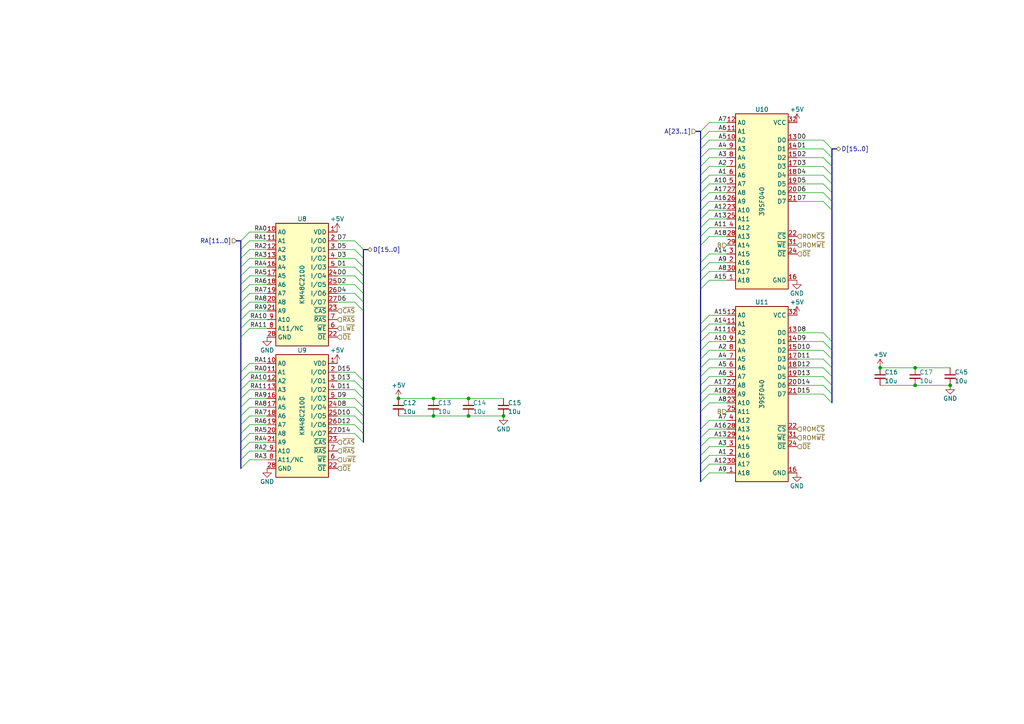
<source format=kicad_sch>
(kicad_sch (version 20211123) (generator eeschema)
  (paper "A4")
  (lib_symbols
    (symbol "Device:C_Small" (pin_numbers hide) (pin_names (offset 0.254) hide)
      (property "Reference" "C" (at 0.254 1.778 0))
      (property "Value" "C_Small" (at 0.254 -2.032 0))
      (symbol "C_Small_0_1"
        (polyline (pts (xy -1.524 -0.508) (xy 1.524 -0.508)) (stroke (width 0.3302)))
        (polyline (pts (xy -1.524 0.508) (xy 1.524 0.508)) (stroke (width 0.3048)))
      )
      (symbol "C_Small_1_1"
        (pin passive line (at 0 2.54 270) (length 2.032) (name "~") (number "1"))
        (pin passive line (at 0 -2.54 90) (length 2.032) (name "~") (number "2"))
      )
    )
    (symbol "GW_RAM:DRAM-2Mx8-SOP-28"
      (property "Reference" "U" (at 0 19.05 0))
      (property "Value" "DRAM-2Mx8-SOP-28" (at 0 0 90))
      (symbol "DRAM-2Mx8-SOP-28_0_1"
        (rectangle (start -7.62 17.78) (end 7.62 -17.78) (stroke (width 0.254)) (fill (type background)))
      )
      (symbol "DRAM-2Mx8-SOP-28_1_1"
        (pin power_in line (at 10.16 15.24 180) (length 2.54) (name "VDD") (number "1"))
        (pin input line (at -10.16 15.24 0) (length 2.54) (name "A0") (number "10"))
        (pin input line (at -10.16 12.7 0) (length 2.54) (name "A1") (number "11"))
        (pin input line (at -10.16 10.16 0) (length 2.54) (name "A2") (number "12"))
        (pin input line (at -10.16 7.62 0) (length 2.54) (name "A3") (number "13"))
        (pin power_in line (at 10.16 15.24 180) (length 2.54) hide (name "VDD") (number "14"))
        (pin power_in line (at -10.16 -15.24 0) (length 2.54) hide (name "GND") (number "15"))
        (pin input line (at -10.16 5.08 0) (length 2.54) (name "A4") (number "16"))
        (pin input line (at -10.16 2.54 0) (length 2.54) (name "A5") (number "17"))
        (pin input line (at -10.16 0 0) (length 2.54) (name "A6") (number "18"))
        (pin input line (at -10.16 -2.54 0) (length 2.54) (name "A7") (number "19"))
        (pin bidirectional line (at 10.16 12.7 180) (length 2.54) (name "I/O0") (number "2"))
        (pin input line (at -10.16 -5.08 0) (length 2.54) (name "A8") (number "20"))
        (pin input line (at -10.16 -7.62 0) (length 2.54) (name "A9") (number "21"))
        (pin input line (at 10.16 -15.24 180) (length 2.54) (name "~{OE}") (number "22"))
        (pin input line (at 10.16 -7.62 180) (length 2.54) (name "~{CAS}") (number "23"))
        (pin bidirectional line (at 10.16 2.54 180) (length 2.54) (name "I/O4") (number "24"))
        (pin bidirectional line (at 10.16 0 180) (length 2.54) (name "I/O5") (number "25"))
        (pin bidirectional line (at 10.16 -2.54 180) (length 2.54) (name "I/O6") (number "26"))
        (pin bidirectional line (at 10.16 -5.08 180) (length 2.54) (name "I/O7") (number "27"))
        (pin power_in line (at -10.16 -15.24 0) (length 2.54) (name "GND") (number "28"))
        (pin bidirectional line (at 10.16 10.16 180) (length 2.54) (name "I/O1") (number "3"))
        (pin bidirectional line (at 10.16 7.62 180) (length 2.54) (name "I/O2") (number "4"))
        (pin bidirectional line (at 10.16 5.08 180) (length 2.54) (name "I/O3") (number "5"))
        (pin input line (at 10.16 -12.7 180) (length 2.54) (name "~{WE}") (number "6"))
        (pin input line (at 10.16 -10.16 180) (length 2.54) (name "~{RAS}") (number "7"))
        (pin input line (at -10.16 -12.7 0) (length 2.54) (name "A11/NC") (number "8"))
        (pin input line (at -10.16 -10.16 0) (length 2.54) (name "A10") (number "9"))
      )
    )
    (symbol "GW_RAM:Flash-512Kx8-PLCC-32"
      (property "Reference" "U" (at 0 26.67 0))
      (property "Value" "Flash-512Kx8-PLCC-32" (at 0 0 90))
      (symbol "Flash-512Kx8-PLCC-32_0_0"
        (pin power_in line (at 10.16 -22.86 180) (length 2.54) (name "GND") (number "16"))
        (pin power_in line (at 10.16 22.86 180) (length 2.54) (name "VCC") (number "32"))
      )
      (symbol "Flash-512Kx8-PLCC-32_0_1"
        (rectangle (start -7.62 25.4) (end 7.62 -25.4) (stroke (width 0.254)) (fill (type background)))
      )
      (symbol "Flash-512Kx8-PLCC-32_1_1"
        (pin input line (at -10.16 -22.86 0) (length 2.54) (name "A18") (number "1"))
        (pin input line (at -10.16 17.78 0) (length 2.54) (name "A2") (number "10"))
        (pin input line (at -10.16 20.32 0) (length 2.54) (name "A1") (number "11"))
        (pin input line (at -10.16 22.86 0) (length 2.54) (name "A0") (number "12"))
        (pin bidirectional line (at 10.16 17.78 180) (length 2.54) (name "D0") (number "13"))
        (pin bidirectional line (at 10.16 15.24 180) (length 2.54) (name "D1") (number "14"))
        (pin bidirectional line (at 10.16 12.7 180) (length 2.54) (name "D2") (number "15"))
        (pin bidirectional line (at 10.16 10.16 180) (length 2.54) (name "D3") (number "17"))
        (pin bidirectional line (at 10.16 7.62 180) (length 2.54) (name "D4") (number "18"))
        (pin bidirectional line (at 10.16 5.08 180) (length 2.54) (name "D5") (number "19"))
        (pin input line (at -10.16 -17.78 0) (length 2.54) (name "A16") (number "2"))
        (pin bidirectional line (at 10.16 2.54 180) (length 2.54) (name "D6") (number "20"))
        (pin bidirectional line (at 10.16 0 180) (length 2.54) (name "D7") (number "21"))
        (pin input line (at 10.16 -10.16 180) (length 2.54) (name "~{CS}") (number "22"))
        (pin input line (at -10.16 -2.54 0) (length 2.54) (name "A10") (number "23"))
        (pin input line (at 10.16 -15.24 180) (length 2.54) (name "~{OE}") (number "24"))
        (pin input line (at -10.16 -5.08 0) (length 2.54) (name "A11") (number "25"))
        (pin input line (at -10.16 0 0) (length 2.54) (name "A9") (number "26"))
        (pin input line (at -10.16 2.54 0) (length 2.54) (name "A8") (number "27"))
        (pin input line (at -10.16 -10.16 0) (length 2.54) (name "A13") (number "28"))
        (pin input line (at -10.16 -12.7 0) (length 2.54) (name "A14") (number "29"))
        (pin input line (at -10.16 -15.24 0) (length 2.54) (name "A15") (number "3"))
        (pin input line (at -10.16 -20.32 0) (length 2.54) (name "A17") (number "30"))
        (pin input line (at 10.16 -12.7 180) (length 2.54) (name "~{WE}") (number "31"))
        (pin input line (at -10.16 -7.62 0) (length 2.54) (name "A12") (number "4"))
        (pin input line (at -10.16 5.08 0) (length 2.54) (name "A7") (number "5"))
        (pin input line (at -10.16 7.62 0) (length 2.54) (name "A6") (number "6"))
        (pin input line (at -10.16 10.16 0) (length 2.54) (name "A5") (number "7"))
        (pin input line (at -10.16 12.7 0) (length 2.54) (name "A4") (number "8"))
        (pin input line (at -10.16 15.24 0) (length 2.54) (name "A3") (number "9"))
      )
    )
    (symbol "power:+5V" (power) (pin_names (offset 0))
      (property "Value" "+5V" (at 0 3.556 0))
      (symbol "+5V_0_1"
        (polyline (pts (xy -0.762 1.27) (xy 0 2.54)))
        (polyline (pts (xy 0 0) (xy 0 2.54)))
        (polyline (pts (xy 0 2.54) (xy 0.762 1.27)))
      )
      (symbol "+5V_1_1"
        (pin power_in line (at 0 0 90) (length 0) hide (name "+5V") (number "1"))
      )
    )
    (symbol "power:GND" (power) (pin_names (offset 0))
      (property "Value" "GND" (at 0 -3.81 0))
      (symbol "GND_0_1"
        (polyline (pts (xy 0 0) (xy 0 -1.27) (xy 1.27 -1.27) (xy 0 -2.54) (xy -1.27 -1.27) (xy 0 -1.27)))
      )
      (symbol "GND_1_1"
        (pin power_in line (at 0 0 270) (length 0) hide (name "GND") (number "1"))
      )
    )
  )
  (junction (at 265.43 111.76))
  (junction (at 265.43 106.68))
  (junction (at 115.57 115.57))
  (junction (at 146.05 120.65))
  (junction (at 255.27 106.68))
  (junction (at 125.73 115.57))
  (junction (at 135.89 120.65))
  (junction (at 275.59 111.76))
  (junction (at 125.73 120.65))
  (junction (at 135.89 115.57))
  (bus_entry (at 105.41 85.09) (size -2.54 -2.54))
  (bus_entry (at 205.74 114.3) (size -2.54 2.54))
  (bus_entry (at 69.85 118.11) (size 2.54 -2.54))
  (bus_entry (at 105.41 87.63) (size -2.54 -2.54))
  (bus_entry (at 105.41 72.39) (size -2.54 -2.54))
  (bus_entry (at 205.74 78.74) (size -2.54 2.54))
  (bus_entry (at 105.41 123.19) (size -2.54 -2.54))
  (bus_entry (at 205.74 96.52) (size -2.54 2.54))
  (bus_entry (at 238.76 50.8) (size 2.54 2.54))
  (bus_entry (at 205.74 132.08) (size -2.54 2.54))
  (bus_entry (at 69.85 80.01) (size 2.54 -2.54))
  (bus_entry (at 69.85 77.47) (size 2.54 -2.54))
  (bus_entry (at 105.41 74.93) (size -2.54 -2.54))
  (bus_entry (at 105.41 113.03) (size -2.54 -2.54))
  (bus_entry (at 205.74 45.72) (size -2.54 2.54))
  (bus_entry (at 205.74 111.76) (size -2.54 2.54))
  (bus_entry (at 69.85 133.35) (size 2.54 -2.54))
  (bus_entry (at 69.85 123.19) (size 2.54 -2.54))
  (bus_entry (at 238.76 58.42) (size 2.54 2.54))
  (bus_entry (at 205.74 99.06) (size -2.54 2.54))
  (bus_entry (at 105.41 125.73) (size -2.54 -2.54))
  (bus_entry (at 238.76 111.76) (size 2.54 2.54))
  (bus_entry (at 69.85 128.27) (size 2.54 -2.54))
  (bus_entry (at 69.85 125.73) (size 2.54 -2.54))
  (bus_entry (at 69.85 97.79) (size 2.54 -2.54))
  (bus_entry (at 205.74 91.44) (size -2.54 2.54))
  (bus_entry (at 238.76 96.52) (size 2.54 2.54))
  (bus_entry (at 105.41 128.27) (size -2.54 -2.54))
  (bus_entry (at 238.76 55.88) (size 2.54 2.54))
  (bus_entry (at 105.41 115.57) (size -2.54 -2.54))
  (bus_entry (at 105.41 120.65) (size -2.54 -2.54))
  (bus_entry (at 105.41 90.17) (size -2.54 -2.54))
  (bus_entry (at 105.41 118.11) (size -2.54 -2.54))
  (bus_entry (at 205.74 137.16) (size -2.54 2.54))
  (bus_entry (at 105.41 80.01) (size -2.54 -2.54))
  (bus_entry (at 205.74 129.54) (size -2.54 2.54))
  (bus_entry (at 205.74 73.66) (size -2.54 2.54))
  (bus_entry (at 69.85 92.71) (size 2.54 -2.54))
  (bus_entry (at 238.76 45.72) (size 2.54 2.54))
  (bus_entry (at 205.74 81.28) (size -2.54 2.54))
  (bus_entry (at 205.74 55.88) (size -2.54 2.54))
  (bus_entry (at 69.85 110.49) (size 2.54 -2.54))
  (bus_entry (at 69.85 107.95) (size 2.54 -2.54))
  (bus_entry (at 69.85 74.93) (size 2.54 -2.54))
  (bus_entry (at 205.74 58.42) (size -2.54 2.54))
  (bus_entry (at 205.74 76.2) (size -2.54 2.54))
  (bus_entry (at 69.85 85.09) (size 2.54 -2.54))
  (bus_entry (at 205.74 68.58) (size -2.54 2.54))
  (bus_entry (at 69.85 90.17) (size 2.54 -2.54))
  (bus_entry (at 205.74 121.92) (size -2.54 2.54))
  (bus_entry (at 238.76 43.18) (size 2.54 2.54))
  (bus_entry (at 205.74 106.68) (size -2.54 2.54))
  (bus_entry (at 69.85 87.63) (size 2.54 -2.54))
  (bus_entry (at 105.41 110.49) (size -2.54 -2.54))
  (bus_entry (at 69.85 69.85) (size 2.54 -2.54))
  (bus_entry (at 205.74 109.22) (size -2.54 2.54))
  (bus_entry (at 105.41 82.55) (size -2.54 -2.54))
  (bus_entry (at 238.76 40.64) (size 2.54 2.54))
  (bus_entry (at 69.85 82.55) (size 2.54 -2.54))
  (bus_entry (at 205.74 66.04) (size -2.54 2.54))
  (bus_entry (at 238.76 53.34) (size 2.54 2.54))
  (bus_entry (at 205.74 124.46) (size -2.54 2.54))
  (bus_entry (at 205.74 50.8) (size -2.54 2.54))
  (bus_entry (at 238.76 48.26) (size 2.54 2.54))
  (bus_entry (at 205.74 53.34) (size -2.54 2.54))
  (bus_entry (at 205.74 93.98) (size -2.54 2.54))
  (bus_entry (at 205.74 127) (size -2.54 2.54))
  (bus_entry (at 205.74 38.1) (size -2.54 2.54))
  (bus_entry (at 238.76 104.14) (size 2.54 2.54))
  (bus_entry (at 205.74 35.56) (size -2.54 2.54))
  (bus_entry (at 105.41 77.47) (size -2.54 -2.54))
  (bus_entry (at 238.76 101.6) (size 2.54 2.54))
  (bus_entry (at 205.74 134.62) (size -2.54 2.54))
  (bus_entry (at 205.74 60.96) (size -2.54 2.54))
  (bus_entry (at 205.74 63.5) (size -2.54 2.54))
  (bus_entry (at 205.74 40.64) (size -2.54 2.54))
  (bus_entry (at 238.76 99.06) (size 2.54 2.54))
  (bus_entry (at 69.85 120.65) (size 2.54 -2.54))
  (bus_entry (at 69.85 115.57) (size 2.54 -2.54))
  (bus_entry (at 69.85 113.03) (size 2.54 -2.54))
  (bus_entry (at 205.74 104.14) (size -2.54 2.54))
  (bus_entry (at 238.76 106.68) (size 2.54 2.54))
  (bus_entry (at 238.76 109.22) (size 2.54 2.54))
  (bus_entry (at 69.85 72.39) (size 2.54 -2.54))
  (bus_entry (at 205.74 116.84) (size -2.54 2.54))
  (bus_entry (at 69.85 95.25) (size 2.54 -2.54))
  (bus_entry (at 205.74 43.18) (size -2.54 2.54))
  (bus_entry (at 238.76 114.3) (size 2.54 2.54))
  (bus_entry (at 205.74 101.6) (size -2.54 2.54))
  (bus_entry (at 69.85 135.89) (size 2.54 -2.54))
  (bus_entry (at 69.85 130.81) (size 2.54 -2.54))
  (bus_entry (at 205.74 48.26) (size -2.54 2.54))
  (bus (pts (xy 241.3 58.42) (xy 241.3 60.96)))
  (bus (pts (xy 69.85 69.85) (xy 69.85 72.39)))
  (bus (pts (xy 105.41 123.19) (xy 105.41 125.73)))
  (wire (pts (xy 77.47 82.55) (xy 72.39 82.55)))
  (bus (pts (xy 69.85 128.27) (xy 69.85 130.81)))
  (bus (pts (xy 203.2 114.3) (xy 203.2 116.84)))
  (bus (pts (xy 69.85 74.93) (xy 69.85 77.47)))
  (wire (pts (xy 210.82 91.44) (xy 205.74 91.44)))
  (wire (pts (xy 77.47 85.09) (xy 72.39 85.09)))
  (wire (pts (xy 210.82 38.1) (xy 205.74 38.1)))
  (wire (pts (xy 77.47 118.11) (xy 72.39 118.11)))
  (wire (pts (xy 115.57 120.65) (xy 125.73 120.65)))
  (wire (pts (xy 210.82 50.8) (xy 205.74 50.8)))
  (wire (pts (xy 231.14 96.52) (xy 238.76 96.52)))
  (wire (pts (xy 210.82 134.62) (xy 205.74 134.62)))
  (bus (pts (xy 69.85 133.35) (xy 69.85 135.89)))
  (wire (pts (xy 125.73 115.57) (xy 135.89 115.57)))
  (wire (pts (xy 231.14 104.14) (xy 238.76 104.14)))
  (wire (pts (xy 77.47 105.41) (xy 72.39 105.41)))
  (wire (pts (xy 77.47 113.03) (xy 72.39 113.03)))
  (wire (pts (xy 135.89 115.57) (xy 146.05 115.57)))
  (wire (pts (xy 210.82 99.06) (xy 205.74 99.06)))
  (wire (pts (xy 210.82 35.56) (xy 205.74 35.56)))
  (bus (pts (xy 203.2 43.18) (xy 203.2 45.72)))
  (bus (pts (xy 203.2 124.46) (xy 203.2 127)))
  (wire (pts (xy 265.43 106.68) (xy 275.59 106.68)))
  (wire (pts (xy 210.82 55.88) (xy 205.74 55.88)))
  (wire (pts (xy 231.14 48.26) (xy 238.76 48.26)))
  (bus (pts (xy 241.3 101.6) (xy 241.3 104.14)))
  (bus (pts (xy 241.3 55.88) (xy 241.3 58.42)))
  (bus (pts (xy 241.3 48.26) (xy 241.3 50.8)))
  (bus (pts (xy 241.3 50.8) (xy 241.3 53.34)))
  (bus (pts (xy 105.41 74.93) (xy 105.41 77.47)))
  (wire (pts (xy 77.47 92.71) (xy 72.39 92.71)))
  (wire (pts (xy 231.14 111.76) (xy 238.76 111.76)))
  (bus (pts (xy 203.2 134.62) (xy 203.2 137.16)))
  (bus (pts (xy 69.85 118.11) (xy 69.85 120.65)))
  (bus (pts (xy 203.2 38.1) (xy 203.2 40.64)))
  (bus (pts (xy 69.85 95.25) (xy 69.85 97.79)))
  (bus (pts (xy 203.2 111.76) (xy 203.2 114.3)))
  (wire (pts (xy 210.82 96.52) (xy 205.74 96.52)))
  (bus (pts (xy 69.85 123.19) (xy 69.85 125.73)))
  (bus (pts (xy 69.85 130.81) (xy 69.85 133.35)))
  (wire (pts (xy 77.47 90.17) (xy 72.39 90.17)))
  (bus (pts (xy 242.57 43.18) (xy 241.3 43.18)))
  (bus (pts (xy 203.2 129.54) (xy 203.2 132.08)))
  (wire (pts (xy 102.87 72.39) (xy 97.79 72.39)))
  (wire (pts (xy 115.57 115.57) (xy 125.73 115.57)))
  (bus (pts (xy 203.2 50.8) (xy 203.2 53.34)))
  (wire (pts (xy 210.82 114.3) (xy 205.74 114.3)))
  (wire (pts (xy 210.82 76.2) (xy 205.74 76.2)))
  (bus (pts (xy 105.41 120.65) (xy 105.41 123.19)))
  (wire (pts (xy 231.14 53.34) (xy 238.76 53.34)))
  (wire (pts (xy 210.82 53.34) (xy 205.74 53.34)))
  (wire (pts (xy 77.47 72.39) (xy 72.39 72.39)))
  (bus (pts (xy 105.41 113.03) (xy 105.41 115.57)))
  (bus (pts (xy 241.3 114.3) (xy 241.3 116.84)))
  (wire (pts (xy 102.87 110.49) (xy 97.79 110.49)))
  (bus (pts (xy 105.41 90.17) (xy 105.41 110.49)))
  (wire (pts (xy 77.47 67.31) (xy 72.39 67.31)))
  (bus (pts (xy 69.85 82.55) (xy 69.85 85.09)))
  (bus (pts (xy 105.41 85.09) (xy 105.41 87.63)))
  (wire (pts (xy 97.79 118.11) (xy 102.87 118.11)))
  (bus (pts (xy 203.2 66.04) (xy 203.2 68.58)))
  (bus (pts (xy 203.2 109.22) (xy 203.2 111.76)))
  (bus (pts (xy 106.68 72.39) (xy 105.41 72.39)))
  (bus (pts (xy 69.85 92.71) (xy 69.85 95.25)))
  (bus (pts (xy 203.2 40.64) (xy 203.2 43.18)))
  (bus (pts (xy 69.85 97.79) (xy 69.85 107.95)))
  (wire (pts (xy 125.73 120.65) (xy 135.89 120.65)))
  (wire (pts (xy 77.47 107.95) (xy 72.39 107.95)))
  (wire (pts (xy 210.82 137.16) (xy 205.74 137.16)))
  (wire (pts (xy 210.82 109.22) (xy 205.74 109.22)))
  (bus (pts (xy 203.2 63.5) (xy 203.2 66.04)))
  (bus (pts (xy 69.85 90.17) (xy 69.85 92.71)))
  (wire (pts (xy 210.82 66.04) (xy 205.74 66.04)))
  (bus (pts (xy 203.2 53.34) (xy 203.2 55.88)))
  (wire (pts (xy 210.82 106.68) (xy 205.74 106.68)))
  (bus (pts (xy 105.41 110.49) (xy 105.41 113.03)))
  (bus (pts (xy 241.3 104.14) (xy 241.3 106.68)))
  (wire (pts (xy 77.47 133.35) (xy 72.39 133.35)))
  (wire (pts (xy 210.82 58.42) (xy 205.74 58.42)))
  (wire (pts (xy 77.47 77.47) (xy 72.39 77.47)))
  (bus (pts (xy 241.3 60.96) (xy 241.3 99.06)))
  (wire (pts (xy 231.14 55.88) (xy 238.76 55.88)))
  (bus (pts (xy 201.93 38.1) (xy 203.2 38.1)))
  (wire (pts (xy 210.82 111.76) (xy 205.74 111.76)))
  (wire (pts (xy 210.82 45.72) (xy 205.74 45.72)))
  (wire (pts (xy 77.47 120.65) (xy 72.39 120.65)))
  (bus (pts (xy 203.2 45.72) (xy 203.2 48.26)))
  (bus (pts (xy 203.2 104.14) (xy 203.2 106.68)))
  (bus (pts (xy 203.2 101.6) (xy 203.2 104.14)))
  (wire (pts (xy 97.79 85.09) (xy 102.87 85.09)))
  (bus (pts (xy 69.85 72.39) (xy 69.85 74.93)))
  (bus (pts (xy 69.85 120.65) (xy 69.85 123.19)))
  (wire (pts (xy 210.82 43.18) (xy 205.74 43.18)))
  (bus (pts (xy 203.2 137.16) (xy 203.2 139.7)))
  (wire (pts (xy 210.82 68.58) (xy 205.74 68.58)))
  (wire (pts (xy 77.47 87.63) (xy 72.39 87.63)))
  (wire (pts (xy 210.82 40.64) (xy 205.74 40.64)))
  (bus (pts (xy 203.2 119.38) (xy 203.2 124.46)))
  (wire (pts (xy 231.14 50.8) (xy 238.76 50.8)))
  (wire (pts (xy 102.87 69.85) (xy 97.79 69.85)))
  (bus (pts (xy 105.41 125.73) (xy 105.41 128.27)))
  (wire (pts (xy 231.14 106.68) (xy 238.76 106.68)))
  (wire (pts (xy 210.82 129.54) (xy 205.74 129.54)))
  (wire (pts (xy 210.82 60.96) (xy 205.74 60.96)))
  (wire (pts (xy 210.82 73.66) (xy 205.74 73.66)))
  (wire (pts (xy 102.87 113.03) (xy 97.79 113.03)))
  (wire (pts (xy 265.43 111.76) (xy 275.59 111.76)))
  (bus (pts (xy 203.2 71.12) (xy 203.2 76.2)))
  (bus (pts (xy 105.41 77.47) (xy 105.41 80.01)))
  (bus (pts (xy 203.2 81.28) (xy 203.2 83.82)))
  (bus (pts (xy 203.2 83.82) (xy 203.2 93.98)))
  (wire (pts (xy 210.82 93.98) (xy 205.74 93.98)))
  (bus (pts (xy 69.85 77.47) (xy 69.85 80.01)))
  (wire (pts (xy 77.47 95.25) (xy 72.39 95.25)))
  (wire (pts (xy 210.82 116.84) (xy 205.74 116.84)))
  (bus (pts (xy 241.3 106.68) (xy 241.3 109.22)))
  (wire (pts (xy 97.79 87.63) (xy 102.87 87.63)))
  (bus (pts (xy 241.3 43.18) (xy 241.3 45.72)))
  (wire (pts (xy 255.27 106.68) (xy 265.43 106.68)))
  (bus (pts (xy 241.3 45.72) (xy 241.3 48.26)))
  (bus (pts (xy 241.3 99.06) (xy 241.3 101.6)))
  (wire (pts (xy 210.82 81.28) (xy 205.74 81.28)))
  (bus (pts (xy 203.2 48.26) (xy 203.2 50.8)))
  (wire (pts (xy 210.82 101.6) (xy 205.74 101.6)))
  (wire (pts (xy 231.14 114.3) (xy 238.76 114.3)))
  (bus (pts (xy 203.2 132.08) (xy 203.2 134.62)))
  (wire (pts (xy 77.47 123.19) (xy 72.39 123.19)))
  (wire (pts (xy 97.79 120.65) (xy 102.87 120.65)))
  (bus (pts (xy 69.85 87.63) (xy 69.85 90.17)))
  (bus (pts (xy 203.2 127) (xy 203.2 129.54)))
  (wire (pts (xy 77.47 74.93) (xy 72.39 74.93)))
  (wire (pts (xy 135.89 120.65) (xy 146.05 120.65)))
  (wire (pts (xy 77.47 69.85) (xy 72.39 69.85)))
  (wire (pts (xy 97.79 123.19) (xy 102.87 123.19)))
  (wire (pts (xy 102.87 77.47) (xy 97.79 77.47)))
  (bus (pts (xy 69.85 125.73) (xy 69.85 128.27)))
  (wire (pts (xy 77.47 125.73) (xy 72.39 125.73)))
  (wire (pts (xy 231.14 101.6) (xy 238.76 101.6)))
  (bus (pts (xy 203.2 76.2) (xy 203.2 78.74)))
  (bus (pts (xy 241.3 109.22) (xy 241.3 111.76)))
  (bus (pts (xy 105.41 115.57) (xy 105.41 118.11)))
  (bus (pts (xy 241.3 53.34) (xy 241.3 55.88)))
  (bus (pts (xy 203.2 55.88) (xy 203.2 58.42)))
  (wire (pts (xy 231.14 99.06) (xy 238.76 99.06)))
  (wire (pts (xy 77.47 128.27) (xy 72.39 128.27)))
  (bus (pts (xy 203.2 68.58) (xy 203.2 71.12)))
  (wire (pts (xy 255.27 111.76) (xy 265.43 111.76)))
  (bus (pts (xy 203.2 78.74) (xy 203.2 81.28)))
  (wire (pts (xy 231.14 109.22) (xy 238.76 109.22)))
  (wire (pts (xy 97.79 80.01) (xy 102.87 80.01)))
  (bus (pts (xy 203.2 96.52) (xy 203.2 99.06)))
  (bus (pts (xy 69.85 80.01) (xy 69.85 82.55)))
  (wire (pts (xy 97.79 82.55) (xy 102.87 82.55)))
  (wire (pts (xy 231.14 45.72) (xy 238.76 45.72)))
  (wire (pts (xy 210.82 132.08) (xy 205.74 132.08)))
  (bus (pts (xy 203.2 99.06) (xy 203.2 101.6)))
  (wire (pts (xy 97.79 107.95) (xy 102.87 107.95)))
  (bus (pts (xy 105.41 82.55) (xy 105.41 85.09)))
  (bus (pts (xy 105.41 87.63) (xy 105.41 90.17)))
  (wire (pts (xy 102.87 115.57) (xy 97.79 115.57)))
  (wire (pts (xy 231.14 40.64) (xy 238.76 40.64)))
  (bus (pts (xy 203.2 106.68) (xy 203.2 109.22)))
  (wire (pts (xy 77.47 110.49) (xy 72.39 110.49)))
  (bus (pts (xy 105.41 72.39) (xy 105.41 74.93)))
  (wire (pts (xy 210.82 104.14) (xy 205.74 104.14)))
  (wire (pts (xy 102.87 74.93) (xy 97.79 74.93)))
  (wire (pts (xy 210.82 127) (xy 205.74 127)))
  (bus (pts (xy 69.85 113.03) (xy 69.85 115.57)))
  (wire (pts (xy 77.47 115.57) (xy 72.39 115.57)))
  (wire (pts (xy 231.14 58.42) (xy 238.76 58.42)))
  (bus (pts (xy 203.2 58.42) (xy 203.2 60.96)))
  (wire (pts (xy 77.47 130.81) (xy 72.39 130.81)))
  (wire (pts (xy 210.82 48.26) (xy 205.74 48.26)))
  (bus (pts (xy 105.41 80.01) (xy 105.41 82.55)))
  (bus (pts (xy 69.85 85.09) (xy 69.85 87.63)))
  (wire (pts (xy 97.79 125.73) (xy 102.87 125.73)))
  (bus (pts (xy 203.2 116.84) (xy 203.2 119.38)))
  (bus (pts (xy 69.85 69.85) (xy 68.58 69.85)))
  (wire (pts (xy 210.82 63.5) (xy 205.74 63.5)))
  (bus (pts (xy 69.85 115.57) (xy 69.85 118.11)))
  (wire (pts (xy 210.82 124.46) (xy 205.74 124.46)))
  (bus (pts (xy 203.2 60.96) (xy 203.2 63.5)))
  (wire (pts (xy 231.14 43.18) (xy 238.76 43.18)))
  (bus (pts (xy 241.3 111.76) (xy 241.3 114.3)))
  (bus (pts (xy 203.2 93.98) (xy 203.2 96.52)))
  (wire (pts (xy 77.47 80.01) (xy 72.39 80.01)))
  (bus (pts (xy 69.85 107.95) (xy 69.85 110.49)))
  (bus (pts (xy 69.85 110.49) (xy 69.85 113.03)))
  (bus (pts (xy 105.41 118.11) (xy 105.41 120.65)))
  (wire (pts (xy 210.82 121.92) (xy 205.74 121.92)))
  (wire (pts (xy 210.82 78.74) (xy 205.74 78.74)))
  (label "A6" (at 210.82 38.1 180))
  (label "D12" (at 231.14 106.68 0))
  (label "RA11" (at 77.47 95.25 180))
  (label "A7" (at 210.82 35.56 180))
  (label "A1" (at 210.82 132.08 180))
  (label "A2" (at 210.82 48.26 180))
  (label "RA2" (at 77.47 72.39 180))
  (label "A17" (at 210.82 111.76 180))
  (label "A13" (at 210.82 127 180))
  (label "D10" (at 231.14 101.6 0))
  (label "D5" (at 97.79 72.39 0))
  (label "RA5" (at 77.47 125.73 180))
  (label "A8" (at 210.82 78.74 180))
  (label "D14" (at 231.14 111.76 0))
  (label "A4" (at 210.82 43.18 180))
  (label "A10" (at 210.82 53.34 180))
  (label "RA2" (at 77.47 130.81 180))
  (label "A14" (at 210.82 93.98 180))
  (label "D12" (at 97.79 123.19 0))
  (label "RA8" (at 77.47 118.11 180))
  (label "A18" (at 210.82 114.3 180))
  (label "D11" (at 231.14 104.14 0))
  (label "RA8" (at 77.47 87.63 180))
  (label "RA0" (at 77.47 107.95 180))
  (label "A5" (at 210.82 106.68 180))
  (label "D4" (at 97.79 85.09 0))
  (label "A18" (at 210.82 68.58 180))
  (label "D6" (at 97.79 87.63 0))
  (label "A13" (at 210.82 63.5 180))
  (label "A11" (at 210.82 66.04 180))
  (label "A16" (at 210.82 124.46 180))
  (label "D3" (at 97.79 74.93 0))
  (label "D2" (at 97.79 82.55 0))
  (label "A8" (at 210.82 116.84 180))
  (label "D1" (at 231.14 43.18 0))
  (label "RA9" (at 77.47 115.57 180))
  (label "RA7" (at 77.47 120.65 180))
  (label "RA10" (at 77.47 92.71 180))
  (label "A4" (at 210.82 104.14 180))
  (label "A5" (at 210.82 40.64 180))
  (label "RA4" (at 77.47 128.27 180))
  (label "D9" (at 97.79 115.57 0))
  (label "D7" (at 97.79 69.85 0))
  (label "RA6" (at 77.47 82.55 180))
  (label "D8" (at 231.14 96.52 0))
  (label "A7" (at 210.82 121.92 180))
  (label "RA5" (at 77.47 80.01 180))
  (label "RA6" (at 77.47 123.19 180))
  (label "D14" (at 97.79 125.73 0))
  (label "D3" (at 231.14 48.26 0))
  (label "A16" (at 210.82 58.42 180))
  (label "D6" (at 231.14 55.88 0))
  (label "A9" (at 210.82 76.2 180))
  (label "A2" (at 210.82 101.6 180))
  (label "RA1" (at 77.47 105.41 180))
  (label "D13" (at 231.14 109.22 0))
  (label "A15" (at 210.82 91.44 180))
  (label "D1" (at 97.79 77.47 0))
  (label "RA1" (at 77.47 69.85 180))
  (label "D15" (at 231.14 114.3 0))
  (label "D2" (at 231.14 45.72 0))
  (label "A6" (at 210.82 109.22 180))
  (label "A14" (at 210.82 73.66 180))
  (label "D4" (at 231.14 50.8 0))
  (label "A11" (at 210.82 96.52 180))
  (label "RA9" (at 77.47 90.17 180))
  (label "A9" (at 210.82 137.16 180))
  (label "A15" (at 210.82 81.28 180))
  (label "RA0" (at 77.47 67.31 180))
  (label "A12" (at 210.82 60.96 180))
  (label "RA4" (at 77.47 77.47 180))
  (label "D15" (at 97.79 107.95 0))
  (label "RA7" (at 77.47 85.09 180))
  (label "D11" (at 97.79 113.03 0))
  (label "D9" (at 231.14 99.06 0))
  (label "A17" (at 210.82 55.88 180))
  (label "D0" (at 97.79 80.01 0))
  (label "D13" (at 97.79 110.49 0))
  (label "D5" (at 231.14 53.34 0))
  (label "RA3" (at 77.47 74.93 180))
  (label "A1" (at 210.82 50.8 180))
  (label "A3" (at 210.82 129.54 180))
  (label "RA10" (at 77.47 110.49 180))
  (label "D8" (at 97.79 118.11 0))
  (label "RA11" (at 77.47 113.03 180))
  (label "A10" (at 210.82 99.06 180))
  (label "D7" (at 231.14 58.42 0))
  (label "A3" (at 210.82 45.72 180))
  (label "D10" (at 97.79 120.65 0))
  (label "A12" (at 210.82 134.62 180))
  (label "D0" (at 231.14 40.64 0))
  (label "RA3" (at 77.47 133.35 180))
  (hierarchical_label "~{OE}" (shape input) (at 231.14 129.54 0))
  (hierarchical_label "D[15..0]" (shape bidirectional) (at 106.68 72.39 0))
  (hierarchical_label "B" (shape input) (at 210.82 71.12 180))
  (hierarchical_label "~{OE}" (shape input) (at 97.79 135.89 0))
  (hierarchical_label "ROM~{CS}" (shape input) (at 231.14 124.46 0))
  (hierarchical_label "U~{WE}" (shape input) (at 97.79 133.35 0))
  (hierarchical_label "~{OE}" (shape input) (at 231.14 73.66 0))
  (hierarchical_label "L~{WE}" (shape input) (at 97.79 95.25 0))
  (hierarchical_label "ROM~{WE}" (shape input) (at 231.14 127 0))
  (hierarchical_label "D[15..0]" (shape bidirectional) (at 242.57 43.18 0))
  (hierarchical_label "~{CAS}" (shape input) (at 97.79 90.17 0))
  (hierarchical_label "B" (shape input) (at 210.82 119.38 180))
  (hierarchical_label "~{RAS}" (shape input) (at 97.79 92.71 0))
  (hierarchical_label "~{OE}" (shape input) (at 97.79 97.79 0))
  (hierarchical_label "ROM~{WE}" (shape input) (at 231.14 71.12 0))
  (hierarchical_label "ROM~{CS}" (shape input) (at 231.14 68.58 0))
  (hierarchical_label "RA[11..0]" (shape input) (at 68.58 69.85 180))
  (hierarchical_label "~{RAS}" (shape input) (at 97.79 130.81 0))
  (hierarchical_label "A[23..1]" (shape input) (at 201.93 38.1 180))
  (hierarchical_label "~{CAS}" (shape input) (at 97.79 128.27 0))
  (symbol (lib_id "GW_RAM:DRAM-2Mx8-SOP-28") (at 87.63 82.55 0) (unit 1)
    (property "Reference" "U8" (at 87.63 63.5 0))
    (property "Value" "KM48C2100" (at 87.63 82.55 90))
    (property "Footprint" "stdpads:SOJ-28_300mil" (effects hide))
  )
  (symbol (lib_id "power:GND") (at 77.47 97.79 0) (unit 1)
    (property "Reference" "#PWR0133" (effects hide))
    (property "Value" "GND" (at 77.47 101.6 0))
  )
  (symbol (lib_id "GW_RAM:DRAM-2Mx8-SOP-28") (at 87.63 120.65 0) (unit 1)
    (property "Reference" "U9" (at 87.63 101.6 0))
    (property "Value" "KM48C2100" (at 87.63 120.65 90))
    (property "Footprint" "stdpads:SOJ-28_300mil" (effects hide))
  )
  (symbol (lib_id "power:GND") (at 77.47 135.89 0) (unit 1)
    (property "Reference" "#PWR0134" (effects hide))
    (property "Value" "GND" (at 77.47 139.7 0))
  )
  (symbol (lib_id "power:+5V") (at 115.57 115.57 0) (unit 1)
    (property "Reference" "#PWR0138" (effects hide))
    (property "Value" "+5V" (at 115.57 111.76 0))
  )
  (symbol (lib_id "Device:C_Small") (at 125.73 118.11 0) (unit 1)
    (property "Reference" "C13" (at 127 116.84 0) (effects (justify left)))
    (property "Value" "10u" (at 127 119.38 0) (effects (justify left)))
    (property "Footprint" "stdpads:C_0805" (effects hide))
    (property "LCSC Part" "C15850" (effects hide))
  )
  (symbol (lib_id "Device:C_Small") (at 115.57 118.11 0) (unit 1)
    (property "Reference" "C12" (at 116.84 116.84 0) (effects (justify left)))
    (property "Value" "10u" (at 116.84 119.38 0) (effects (justify left)))
    (property "Footprint" "stdpads:C_0805" (effects hide))
    (property "LCSC Part" "C15850" (effects hide))
  )
  (symbol (lib_id "Device:C_Small") (at 135.89 118.11 0) (unit 1)
    (property "Reference" "C14" (at 137.16 116.84 0) (effects (justify left)))
    (property "Value" "10u" (at 137.16 119.38 0) (effects (justify left)))
    (property "Footprint" "stdpads:C_0805" (effects hide))
    (property "LCSC Part" "C15850" (effects hide))
  )
  (symbol (lib_id "Device:C_Small") (at 146.05 118.11 0) (unit 1)
    (property "Reference" "C15" (at 147.32 116.84 0) (effects (justify left)))
    (property "Value" "10u" (at 147.32 119.38 0) (effects (justify left)))
    (property "Footprint" "stdpads:C_0805" (effects hide))
    (property "LCSC Part" "C15850" (effects hide))
  )
  (symbol (lib_id "GW_RAM:Flash-512Kx8-PLCC-32") (at 220.98 58.42 0) (unit 1)
    (property "Reference" "U10" (at 220.98 31.75 0))
    (property "Value" "39SF040" (at 220.98 58.42 90))
    (property "Footprint" "stdpads:PLCC-32" (effects hide))
    (property "Datasheet" "http://ww1.microchip.com/downloads/en/DeviceDoc/20005022C.pdf" (effects hide))
    (property "LCSC Part" "C72257" (effects hide))
  )
  (symbol (lib_id "power:GND") (at 231.14 81.28 0) (unit 1)
    (property "Reference" "#PWR0141" (effects hide))
    (property "Value" "GND" (at 231.14 85.09 0))
  )
  (symbol (lib_id "power:GND") (at 231.14 137.16 0) (unit 1)
    (property "Reference" "#PWR0142" (effects hide))
    (property "Value" "GND" (at 231.14 140.97 0))
  )
  (symbol (lib_id "GW_RAM:Flash-512Kx8-PLCC-32") (at 220.98 114.3 0) (unit 1)
    (property "Reference" "U11" (at 220.98 87.63 0))
    (property "Value" "39SF040" (at 220.98 114.3 90))
    (property "Footprint" "stdpads:PLCC-32" (effects hide))
    (property "Datasheet" "http://ww1.microchip.com/downloads/en/DeviceDoc/20005022C.pdf" (effects hide))
    (property "LCSC Part" "C72257" (effects hide))
  )
  (symbol (lib_id "power:+5V") (at 255.27 106.68 0) (unit 1)
    (property "Reference" "#PWR0145" (effects hide))
    (property "Value" "+5V" (at 255.27 102.87 0))
  )
  (symbol (lib_id "Device:C_Small") (at 265.43 109.22 0) (unit 1)
    (property "Reference" "C17" (at 266.7 107.95 0) (effects (justify left)))
    (property "Value" "10u" (at 266.7 110.49 0) (effects (justify left)))
    (property "Footprint" "stdpads:C_0805" (effects hide))
    (property "LCSC Part" "C15850" (effects hide))
  )
  (symbol (lib_id "Device:C_Small") (at 255.27 109.22 0) (unit 1)
    (property "Reference" "C16" (at 256.54 107.95 0) (effects (justify left)))
    (property "Value" "10u" (at 256.54 110.49 0) (effects (justify left)))
    (property "Footprint" "stdpads:C_0805" (effects hide))
    (property "LCSC Part" "C15850" (effects hide))
  )
  (symbol (lib_id "power:+5V") (at 97.79 67.31 0) (unit 1)
    (property "Reference" "#PWR0105" (effects hide))
    (property "Value" "+5V" (at 97.79 63.5 0))
  )
  (symbol (lib_id "power:+5V") (at 97.79 105.41 0) (unit 1)
    (property "Reference" "#PWR0119" (effects hide))
    (property "Value" "+5V" (at 97.79 101.6 0))
  )
  (symbol (lib_id "power:+5V") (at 231.14 35.56 0) (unit 1)
    (property "Reference" "#PWR0120" (effects hide))
    (property "Value" "+5V" (at 231.14 31.75 0))
  )
  (symbol (lib_id "power:+5V") (at 231.14 91.44 0) (unit 1)
    (property "Reference" "#PWR0121" (effects hide))
    (property "Value" "+5V" (at 231.14 87.63 0))
  )
  (symbol (lib_id "power:GND") (at 275.59 111.76 0) (unit 1)
    (property "Reference" "#PWR0135" (effects hide))
    (property "Value" "GND" (at 275.59 115.57 0))
  )
  (symbol (lib_id "Device:C_Small") (at 275.59 109.22 0) (unit 1)
    (property "Reference" "C45" (at 276.86 107.95 0) (effects (justify left)))
    (property "Value" "10u" (at 276.86 110.49 0) (effects (justify left)))
    (property "Footprint" "stdpads:C_0805" (effects hide))
    (property "LCSC Part" "C15850" (effects hide))
  )
  (symbol (lib_id "power:GND") (at 146.05 120.65 0) (unit 1)
    (property "Reference" "#PWR0157" (effects hide))
    (property "Value" "GND" (at 146.05 124.46 0))
  )
)
</source>
